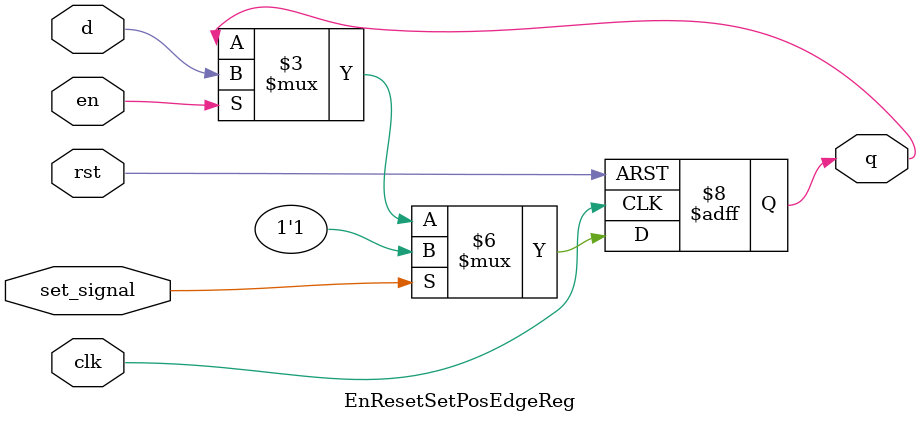
<source format=v>



module EnResetSetPosEdgeReg
#(
	parameter nbit = 1,
	parameter reset_value = 0,
	parameter set_value = {nbit{1'b1}}
)
(
	input en,
	input rst,
	input set_signal,
	input clk,
	input [nbit-1:0] d,
	output reg [nbit-1:0] q
);
	always@(posedge clk or negedge rst) begin
		if(!rst)
			q <= reset_value;
		else if(set_signal)
			q <= set_value;
		else if(en)
			q <= d;
	end
endmodule

</source>
